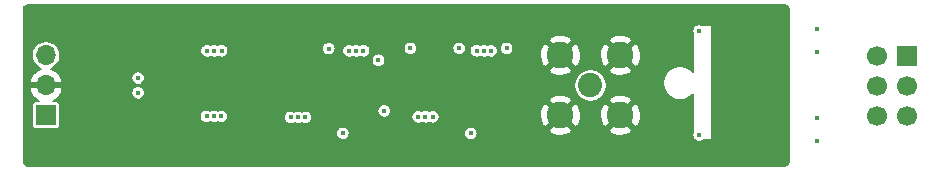
<source format=gbr>
%TF.GenerationSoftware,KiCad,Pcbnew,(5.1.8)-1*%
%TF.CreationDate,2021-10-07T20:49:06+08:00*%
%TF.ProjectId,Amplifier,416d706c-6966-4696-9572-2e6b69636164,rev?*%
%TF.SameCoordinates,Original*%
%TF.FileFunction,Copper,L3,Inr*%
%TF.FilePolarity,Positive*%
%FSLAX46Y46*%
G04 Gerber Fmt 4.6, Leading zero omitted, Abs format (unit mm)*
G04 Created by KiCad (PCBNEW (5.1.8)-1) date 2021-10-07 20:49:06*
%MOMM*%
%LPD*%
G01*
G04 APERTURE LIST*
%TA.AperFunction,ComponentPad*%
%ADD10C,1.700000*%
%TD*%
%TA.AperFunction,ComponentPad*%
%ADD11R,1.700000X1.700000*%
%TD*%
%TA.AperFunction,ComponentPad*%
%ADD12C,2.250000*%
%TD*%
%TA.AperFunction,ComponentPad*%
%ADD13C,2.050000*%
%TD*%
%TA.AperFunction,ComponentPad*%
%ADD14O,1.700000X1.700000*%
%TD*%
%TA.AperFunction,ViaPad*%
%ADD15C,0.450000*%
%TD*%
%TA.AperFunction,Conductor*%
%ADD16C,0.200000*%
%TD*%
%TA.AperFunction,Conductor*%
%ADD17C,0.100000*%
%TD*%
G04 APERTURE END LIST*
D10*
%TO.N,GND*%
%TO.C,J1*%
X144290000Y-99520000D03*
%TO.N,N/C*%
X146830000Y-102060000D03*
D11*
X146830000Y-96980000D03*
D10*
%TO.N,-18V*%
X144290000Y-102060000D03*
%TO.N,N/C*%
X146830000Y-99520000D03*
%TO.N,+18V*%
X144290000Y-96980000D03*
%TD*%
D12*
%TO.N,GND*%
%TO.C,J4*%
X117460000Y-102040000D03*
X117460000Y-96960000D03*
X122540000Y-96960000D03*
X122540000Y-102040000D03*
D13*
%TO.N,OutSignal*%
X120000000Y-99500000D03*
%TD*%
D14*
%TO.N,Signal-*%
%TO.C,J3*%
X73900000Y-96945000D03*
%TO.N,GND*%
X73900000Y-99485000D03*
D11*
%TO.N,Signal+*%
X73900000Y-102025000D03*
%TD*%
D15*
%TO.N,GND*%
X136390001Y-96300000D03*
X136390001Y-95700000D03*
X136390000Y-95099999D03*
X135390001Y-96300000D03*
X135390001Y-95700000D03*
X135390000Y-95099999D03*
X136390001Y-103800000D03*
X136390001Y-102600000D03*
X135390000Y-103799999D03*
X135390001Y-102600000D03*
X136390001Y-103200000D03*
X135390001Y-103200000D03*
X72300000Y-106000000D03*
X73300000Y-106000000D03*
X74300000Y-106000000D03*
X75300000Y-106000000D03*
X76300000Y-106000000D03*
X77300000Y-106000000D03*
X78300000Y-106000000D03*
X79300000Y-106000000D03*
X80300000Y-106000000D03*
X81300000Y-106000000D03*
X82300000Y-106000000D03*
X83300000Y-106000000D03*
X84300000Y-106000000D03*
X85300000Y-106000000D03*
X86300000Y-106000000D03*
X87300000Y-106000000D03*
X88300000Y-106000000D03*
X89300000Y-106000000D03*
X90300000Y-106000000D03*
X91300000Y-106000000D03*
X92300000Y-106000000D03*
X93300000Y-106000000D03*
X94300000Y-106000000D03*
X95300000Y-106000000D03*
X96300000Y-106000000D03*
X97300000Y-106000000D03*
X98300000Y-106000000D03*
X99300000Y-106000000D03*
X100300000Y-106000000D03*
X101300000Y-106000000D03*
X102300000Y-106000000D03*
X103300000Y-106000000D03*
X104300000Y-106000000D03*
X105300000Y-106000000D03*
X106300000Y-106000000D03*
X107300000Y-106000000D03*
X108300000Y-106000000D03*
X109300000Y-106000000D03*
X110300000Y-106000000D03*
X111300000Y-106000000D03*
X112300000Y-106000000D03*
X113300000Y-106000000D03*
X114300000Y-106000000D03*
X115300000Y-106000000D03*
X116300000Y-106000000D03*
X117300000Y-106000000D03*
X118300000Y-106000000D03*
X119300000Y-106000000D03*
X120300000Y-106000000D03*
X121300000Y-106000000D03*
X122300000Y-106000000D03*
X125300000Y-106000000D03*
X124300000Y-106000000D03*
X123300000Y-106000000D03*
X124300000Y-93000000D03*
X123300000Y-93000000D03*
X121300000Y-93000000D03*
X122300000Y-93000000D03*
X93300000Y-93000000D03*
X79300000Y-93000000D03*
X102300000Y-93000000D03*
X86300000Y-93000000D03*
X92300000Y-93000000D03*
X105300000Y-93000000D03*
X108300000Y-93000000D03*
X74300000Y-93000000D03*
X90300000Y-93000000D03*
X110300000Y-93000000D03*
X112300000Y-93000000D03*
X113300000Y-93000000D03*
X87300000Y-93000000D03*
X80300000Y-93000000D03*
X114300000Y-93000000D03*
X91300000Y-93000000D03*
X116300000Y-93000000D03*
X85300000Y-93000000D03*
X99300000Y-93000000D03*
X88300000Y-93000000D03*
X76300000Y-93000000D03*
X100300000Y-93000000D03*
X73300000Y-93000000D03*
X72300000Y-93000000D03*
X101300000Y-93000000D03*
X84300000Y-93000000D03*
X104300000Y-93000000D03*
X77300000Y-93000000D03*
X83300000Y-93000000D03*
X96300000Y-93000000D03*
X95300000Y-93000000D03*
X109300000Y-93000000D03*
X111300000Y-93000000D03*
X115300000Y-93000000D03*
X78300000Y-93000000D03*
X117300000Y-93000000D03*
X107300000Y-93000000D03*
X118300000Y-93000000D03*
X75300000Y-93000000D03*
X81300000Y-93000000D03*
X82300000Y-93000000D03*
X89300000Y-93000000D03*
X94300000Y-93000000D03*
X97300000Y-93000000D03*
X98300000Y-93000000D03*
X103300000Y-93000000D03*
X106300000Y-93000000D03*
X120300000Y-93000000D03*
X119300000Y-93000000D03*
X72300000Y-94000000D03*
X125300000Y-93000000D03*
X72300000Y-97000000D03*
X72300000Y-95000000D03*
X72300000Y-96000000D03*
X72300000Y-99000000D03*
X72300000Y-98000000D03*
X72300000Y-103000000D03*
X72300000Y-101000000D03*
X72300000Y-100000000D03*
X72300000Y-102000000D03*
X72300000Y-104000000D03*
X72300000Y-105000000D03*
%TO.N,+18V*%
X139200000Y-94720000D03*
X139200000Y-96679999D03*
%TO.N,-18V*%
X139200000Y-102220000D03*
X139199999Y-104190000D03*
%TO.N,AVCC*%
X100780000Y-96570000D03*
X100160000Y-96570000D03*
X99540000Y-96570000D03*
X129200000Y-94900000D03*
X110350000Y-96570000D03*
X110970000Y-96570000D03*
X111590000Y-96570000D03*
X88145000Y-96570000D03*
X87525000Y-96570000D03*
X88765000Y-96570000D03*
%TO.N,AVEE*%
X129200000Y-103700000D03*
X87490000Y-102120000D03*
X88110000Y-102120000D03*
X88730000Y-102120000D03*
X95230000Y-102200000D03*
X94610000Y-102200000D03*
X95850000Y-102200000D03*
X106030000Y-102170000D03*
X105410000Y-102170000D03*
X106650000Y-102170000D03*
%TO.N,Net-(C14-Pad1)*%
X102050000Y-97370000D03*
X99030000Y-103560000D03*
X97840000Y-96379996D03*
%TO.N,Net-(C15-Pad1)*%
X104750000Y-96360000D03*
X102540000Y-101660000D03*
%TO.N,Net-(C19-Pad1)*%
X112900000Y-96360000D03*
X109880000Y-103570000D03*
X108880000Y-96360000D03*
%TO.N,Net-(J5-Pad1)*%
X81700000Y-100120000D03*
%TO.N,Net-(J2-Pad1)*%
X81700000Y-98880000D03*
%TD*%
D16*
%TO.N,GND*%
X136503307Y-92714464D02*
X136599567Y-92754336D01*
X136682232Y-92817768D01*
X136745664Y-92900433D01*
X136785536Y-92996693D01*
X136800000Y-93106559D01*
X136800000Y-105893441D01*
X136785536Y-106003307D01*
X136745664Y-106099567D01*
X136682232Y-106182232D01*
X136599567Y-106245664D01*
X136503307Y-106285536D01*
X136393441Y-106300000D01*
X72406559Y-106300000D01*
X72296693Y-106285536D01*
X72200433Y-106245664D01*
X72117768Y-106182232D01*
X72054336Y-106099567D01*
X72014464Y-106003307D01*
X72000000Y-105893441D01*
X72000000Y-103503367D01*
X98455000Y-103503367D01*
X98455000Y-103616633D01*
X98477097Y-103727721D01*
X98520442Y-103832365D01*
X98583368Y-103926541D01*
X98663459Y-104006632D01*
X98757635Y-104069558D01*
X98862279Y-104112903D01*
X98973367Y-104135000D01*
X99086633Y-104135000D01*
X99197721Y-104112903D01*
X99302365Y-104069558D01*
X99396541Y-104006632D01*
X99476632Y-103926541D01*
X99539558Y-103832365D01*
X99582903Y-103727721D01*
X99605000Y-103616633D01*
X99605000Y-103513367D01*
X109305000Y-103513367D01*
X109305000Y-103626633D01*
X109327097Y-103737721D01*
X109370442Y-103842365D01*
X109433368Y-103936541D01*
X109513459Y-104016632D01*
X109607635Y-104079558D01*
X109712279Y-104122903D01*
X109823367Y-104145000D01*
X109936633Y-104145000D01*
X110047721Y-104122903D01*
X110152365Y-104079558D01*
X110246541Y-104016632D01*
X110326632Y-103936541D01*
X110389558Y-103842365D01*
X110432903Y-103737721D01*
X110455000Y-103626633D01*
X110455000Y-103513367D01*
X110432903Y-103402279D01*
X110389558Y-103297635D01*
X110369404Y-103267472D01*
X116450317Y-103267472D01*
X116565038Y-103533809D01*
X116873663Y-103679704D01*
X117204820Y-103762586D01*
X117545783Y-103779271D01*
X117883449Y-103729115D01*
X118204843Y-103614049D01*
X118354962Y-103533809D01*
X118469683Y-103267472D01*
X121530317Y-103267472D01*
X121645038Y-103533809D01*
X121953663Y-103679704D01*
X122284820Y-103762586D01*
X122625783Y-103779271D01*
X122963449Y-103729115D01*
X123284843Y-103614049D01*
X123434962Y-103533809D01*
X123549683Y-103267472D01*
X122540000Y-102257789D01*
X121530317Y-103267472D01*
X118469683Y-103267472D01*
X117460000Y-102257789D01*
X116450317Y-103267472D01*
X110369404Y-103267472D01*
X110326632Y-103203459D01*
X110246541Y-103123368D01*
X110152365Y-103060442D01*
X110047721Y-103017097D01*
X109936633Y-102995000D01*
X109823367Y-102995000D01*
X109712279Y-103017097D01*
X109607635Y-103060442D01*
X109513459Y-103123368D01*
X109433368Y-103203459D01*
X109370442Y-103297635D01*
X109327097Y-103402279D01*
X109305000Y-103513367D01*
X99605000Y-103513367D01*
X99605000Y-103503367D01*
X99582903Y-103392279D01*
X99539558Y-103287635D01*
X99476632Y-103193459D01*
X99396541Y-103113368D01*
X99302365Y-103050442D01*
X99197721Y-103007097D01*
X99086633Y-102985000D01*
X98973367Y-102985000D01*
X98862279Y-103007097D01*
X98757635Y-103050442D01*
X98663459Y-103113368D01*
X98583368Y-103193459D01*
X98520442Y-103287635D01*
X98477097Y-103392279D01*
X98455000Y-103503367D01*
X72000000Y-103503367D01*
X72000000Y-99863910D01*
X72492097Y-99863910D01*
X72518854Y-99952139D01*
X72636527Y-100212611D01*
X72802754Y-100445122D01*
X73011148Y-100640736D01*
X73253700Y-100791935D01*
X73336776Y-100823307D01*
X73050000Y-100823307D01*
X72981388Y-100830065D01*
X72915413Y-100850078D01*
X72854610Y-100882578D01*
X72801315Y-100926315D01*
X72757578Y-100979610D01*
X72725078Y-101040413D01*
X72705065Y-101106388D01*
X72698307Y-101175000D01*
X72698307Y-102875000D01*
X72705065Y-102943612D01*
X72725078Y-103009587D01*
X72757578Y-103070390D01*
X72801315Y-103123685D01*
X72854610Y-103167422D01*
X72915413Y-103199922D01*
X72981388Y-103219935D01*
X73050000Y-103226693D01*
X74750000Y-103226693D01*
X74818612Y-103219935D01*
X74884587Y-103199922D01*
X74945390Y-103167422D01*
X74998685Y-103123685D01*
X75042422Y-103070390D01*
X75074922Y-103009587D01*
X75094935Y-102943612D01*
X75101693Y-102875000D01*
X75101693Y-102063367D01*
X86915000Y-102063367D01*
X86915000Y-102176633D01*
X86937097Y-102287721D01*
X86980442Y-102392365D01*
X87043368Y-102486541D01*
X87123459Y-102566632D01*
X87217635Y-102629558D01*
X87322279Y-102672903D01*
X87433367Y-102695000D01*
X87546633Y-102695000D01*
X87657721Y-102672903D01*
X87762365Y-102629558D01*
X87800000Y-102604411D01*
X87837635Y-102629558D01*
X87942279Y-102672903D01*
X88053367Y-102695000D01*
X88166633Y-102695000D01*
X88277721Y-102672903D01*
X88382365Y-102629558D01*
X88420000Y-102604411D01*
X88457635Y-102629558D01*
X88562279Y-102672903D01*
X88673367Y-102695000D01*
X88786633Y-102695000D01*
X88897721Y-102672903D01*
X89002365Y-102629558D01*
X89096541Y-102566632D01*
X89176632Y-102486541D01*
X89239558Y-102392365D01*
X89282903Y-102287721D01*
X89305000Y-102176633D01*
X89305000Y-102143367D01*
X94035000Y-102143367D01*
X94035000Y-102256633D01*
X94057097Y-102367721D01*
X94100442Y-102472365D01*
X94163368Y-102566541D01*
X94243459Y-102646632D01*
X94337635Y-102709558D01*
X94442279Y-102752903D01*
X94553367Y-102775000D01*
X94666633Y-102775000D01*
X94777721Y-102752903D01*
X94882365Y-102709558D01*
X94920000Y-102684411D01*
X94957635Y-102709558D01*
X95062279Y-102752903D01*
X95173367Y-102775000D01*
X95286633Y-102775000D01*
X95397721Y-102752903D01*
X95502365Y-102709558D01*
X95540000Y-102684411D01*
X95577635Y-102709558D01*
X95682279Y-102752903D01*
X95793367Y-102775000D01*
X95906633Y-102775000D01*
X96017721Y-102752903D01*
X96122365Y-102709558D01*
X96216541Y-102646632D01*
X96296632Y-102566541D01*
X96359558Y-102472365D01*
X96402903Y-102367721D01*
X96425000Y-102256633D01*
X96425000Y-102143367D01*
X96402903Y-102032279D01*
X96359558Y-101927635D01*
X96296632Y-101833459D01*
X96216541Y-101753368D01*
X96122365Y-101690442D01*
X96017721Y-101647097D01*
X95906633Y-101625000D01*
X95793367Y-101625000D01*
X95682279Y-101647097D01*
X95577635Y-101690442D01*
X95540000Y-101715589D01*
X95502365Y-101690442D01*
X95397721Y-101647097D01*
X95286633Y-101625000D01*
X95173367Y-101625000D01*
X95062279Y-101647097D01*
X94957635Y-101690442D01*
X94920000Y-101715589D01*
X94882365Y-101690442D01*
X94777721Y-101647097D01*
X94666633Y-101625000D01*
X94553367Y-101625000D01*
X94442279Y-101647097D01*
X94337635Y-101690442D01*
X94243459Y-101753368D01*
X94163368Y-101833459D01*
X94100442Y-101927635D01*
X94057097Y-102032279D01*
X94035000Y-102143367D01*
X89305000Y-102143367D01*
X89305000Y-102063367D01*
X89282903Y-101952279D01*
X89239558Y-101847635D01*
X89176632Y-101753459D01*
X89096541Y-101673368D01*
X89002365Y-101610442D01*
X88985285Y-101603367D01*
X101965000Y-101603367D01*
X101965000Y-101716633D01*
X101987097Y-101827721D01*
X102030442Y-101932365D01*
X102093368Y-102026541D01*
X102173459Y-102106632D01*
X102267635Y-102169558D01*
X102372279Y-102212903D01*
X102483367Y-102235000D01*
X102596633Y-102235000D01*
X102707721Y-102212903D01*
X102812365Y-102169558D01*
X102896461Y-102113367D01*
X104835000Y-102113367D01*
X104835000Y-102226633D01*
X104857097Y-102337721D01*
X104900442Y-102442365D01*
X104963368Y-102536541D01*
X105043459Y-102616632D01*
X105137635Y-102679558D01*
X105242279Y-102722903D01*
X105353367Y-102745000D01*
X105466633Y-102745000D01*
X105577721Y-102722903D01*
X105682365Y-102679558D01*
X105720000Y-102654411D01*
X105757635Y-102679558D01*
X105862279Y-102722903D01*
X105973367Y-102745000D01*
X106086633Y-102745000D01*
X106197721Y-102722903D01*
X106302365Y-102679558D01*
X106340000Y-102654411D01*
X106377635Y-102679558D01*
X106482279Y-102722903D01*
X106593367Y-102745000D01*
X106706633Y-102745000D01*
X106817721Y-102722903D01*
X106922365Y-102679558D01*
X107016541Y-102616632D01*
X107096632Y-102536541D01*
X107159558Y-102442365D01*
X107202903Y-102337721D01*
X107225000Y-102226633D01*
X107225000Y-102125783D01*
X115720729Y-102125783D01*
X115770885Y-102463449D01*
X115885951Y-102784843D01*
X115966191Y-102934962D01*
X116232528Y-103049683D01*
X117242211Y-102040000D01*
X117677789Y-102040000D01*
X118687472Y-103049683D01*
X118953809Y-102934962D01*
X119099704Y-102626337D01*
X119182586Y-102295180D01*
X119190875Y-102125783D01*
X120800729Y-102125783D01*
X120850885Y-102463449D01*
X120965951Y-102784843D01*
X121046191Y-102934962D01*
X121312528Y-103049683D01*
X122322211Y-102040000D01*
X122757789Y-102040000D01*
X123767472Y-103049683D01*
X124033809Y-102934962D01*
X124179704Y-102626337D01*
X124262586Y-102295180D01*
X124279271Y-101954217D01*
X124229115Y-101616551D01*
X124114049Y-101295157D01*
X124033809Y-101145038D01*
X123767472Y-101030317D01*
X122757789Y-102040000D01*
X122322211Y-102040000D01*
X121312528Y-101030317D01*
X121046191Y-101145038D01*
X120900296Y-101453663D01*
X120817414Y-101784820D01*
X120800729Y-102125783D01*
X119190875Y-102125783D01*
X119199271Y-101954217D01*
X119149115Y-101616551D01*
X119034049Y-101295157D01*
X118953809Y-101145038D01*
X118687472Y-101030317D01*
X117677789Y-102040000D01*
X117242211Y-102040000D01*
X116232528Y-101030317D01*
X115966191Y-101145038D01*
X115820296Y-101453663D01*
X115737414Y-101784820D01*
X115720729Y-102125783D01*
X107225000Y-102125783D01*
X107225000Y-102113367D01*
X107202903Y-102002279D01*
X107159558Y-101897635D01*
X107096632Y-101803459D01*
X107016541Y-101723368D01*
X106922365Y-101660442D01*
X106817721Y-101617097D01*
X106706633Y-101595000D01*
X106593367Y-101595000D01*
X106482279Y-101617097D01*
X106377635Y-101660442D01*
X106340000Y-101685589D01*
X106302365Y-101660442D01*
X106197721Y-101617097D01*
X106086633Y-101595000D01*
X105973367Y-101595000D01*
X105862279Y-101617097D01*
X105757635Y-101660442D01*
X105720000Y-101685589D01*
X105682365Y-101660442D01*
X105577721Y-101617097D01*
X105466633Y-101595000D01*
X105353367Y-101595000D01*
X105242279Y-101617097D01*
X105137635Y-101660442D01*
X105043459Y-101723368D01*
X104963368Y-101803459D01*
X104900442Y-101897635D01*
X104857097Y-102002279D01*
X104835000Y-102113367D01*
X102896461Y-102113367D01*
X102906541Y-102106632D01*
X102986632Y-102026541D01*
X103049558Y-101932365D01*
X103092903Y-101827721D01*
X103115000Y-101716633D01*
X103115000Y-101603367D01*
X103092903Y-101492279D01*
X103049558Y-101387635D01*
X102986632Y-101293459D01*
X102906541Y-101213368D01*
X102812365Y-101150442D01*
X102707721Y-101107097D01*
X102596633Y-101085000D01*
X102483367Y-101085000D01*
X102372279Y-101107097D01*
X102267635Y-101150442D01*
X102173459Y-101213368D01*
X102093368Y-101293459D01*
X102030442Y-101387635D01*
X101987097Y-101492279D01*
X101965000Y-101603367D01*
X88985285Y-101603367D01*
X88897721Y-101567097D01*
X88786633Y-101545000D01*
X88673367Y-101545000D01*
X88562279Y-101567097D01*
X88457635Y-101610442D01*
X88420000Y-101635589D01*
X88382365Y-101610442D01*
X88277721Y-101567097D01*
X88166633Y-101545000D01*
X88053367Y-101545000D01*
X87942279Y-101567097D01*
X87837635Y-101610442D01*
X87800000Y-101635589D01*
X87762365Y-101610442D01*
X87657721Y-101567097D01*
X87546633Y-101545000D01*
X87433367Y-101545000D01*
X87322279Y-101567097D01*
X87217635Y-101610442D01*
X87123459Y-101673368D01*
X87043368Y-101753459D01*
X86980442Y-101847635D01*
X86937097Y-101952279D01*
X86915000Y-102063367D01*
X75101693Y-102063367D01*
X75101693Y-101175000D01*
X75094935Y-101106388D01*
X75074922Y-101040413D01*
X75042422Y-100979610D01*
X74998685Y-100926315D01*
X74945390Y-100882578D01*
X74884587Y-100850078D01*
X74818612Y-100830065D01*
X74750000Y-100823307D01*
X74463224Y-100823307D01*
X74491767Y-100812528D01*
X116450317Y-100812528D01*
X117460000Y-101822211D01*
X118469683Y-100812528D01*
X118354962Y-100546191D01*
X118046337Y-100400296D01*
X117715180Y-100317414D01*
X117374217Y-100300729D01*
X117036551Y-100350885D01*
X116715157Y-100465951D01*
X116565038Y-100546191D01*
X116450317Y-100812528D01*
X74491767Y-100812528D01*
X74546300Y-100791935D01*
X74788852Y-100640736D01*
X74997246Y-100445122D01*
X75163473Y-100212611D01*
X75230896Y-100063367D01*
X81125000Y-100063367D01*
X81125000Y-100176633D01*
X81147097Y-100287721D01*
X81190442Y-100392365D01*
X81253368Y-100486541D01*
X81333459Y-100566632D01*
X81427635Y-100629558D01*
X81532279Y-100672903D01*
X81643367Y-100695000D01*
X81756633Y-100695000D01*
X81867721Y-100672903D01*
X81972365Y-100629558D01*
X82066541Y-100566632D01*
X82146632Y-100486541D01*
X82209558Y-100392365D01*
X82252903Y-100287721D01*
X82275000Y-100176633D01*
X82275000Y-100063367D01*
X82252903Y-99952279D01*
X82209558Y-99847635D01*
X82146632Y-99753459D01*
X82066541Y-99673368D01*
X81972365Y-99610442D01*
X81867721Y-99567097D01*
X81756633Y-99545000D01*
X81643367Y-99545000D01*
X81532279Y-99567097D01*
X81427635Y-99610442D01*
X81333459Y-99673368D01*
X81253368Y-99753459D01*
X81190442Y-99847635D01*
X81147097Y-99952279D01*
X81125000Y-100063367D01*
X75230896Y-100063367D01*
X75281146Y-99952139D01*
X75307903Y-99863910D01*
X75196889Y-99639000D01*
X74054000Y-99639000D01*
X74054000Y-99659000D01*
X73746000Y-99659000D01*
X73746000Y-99639000D01*
X72603111Y-99639000D01*
X72492097Y-99863910D01*
X72000000Y-99863910D01*
X72000000Y-99106090D01*
X72492097Y-99106090D01*
X72603111Y-99331000D01*
X73746000Y-99331000D01*
X73746000Y-99311000D01*
X74054000Y-99311000D01*
X74054000Y-99331000D01*
X75196889Y-99331000D01*
X75307903Y-99106090D01*
X75281146Y-99017861D01*
X75193280Y-98823367D01*
X81125000Y-98823367D01*
X81125000Y-98936633D01*
X81147097Y-99047721D01*
X81190442Y-99152365D01*
X81253368Y-99246541D01*
X81333459Y-99326632D01*
X81427635Y-99389558D01*
X81532279Y-99432903D01*
X81643367Y-99455000D01*
X81756633Y-99455000D01*
X81867721Y-99432903D01*
X81972365Y-99389558D01*
X82009756Y-99364574D01*
X118625000Y-99364574D01*
X118625000Y-99635426D01*
X118677841Y-99901073D01*
X118781491Y-100151307D01*
X118931968Y-100376511D01*
X119123489Y-100568032D01*
X119348693Y-100718509D01*
X119598927Y-100822159D01*
X119864574Y-100875000D01*
X120135426Y-100875000D01*
X120401073Y-100822159D01*
X120424324Y-100812528D01*
X121530317Y-100812528D01*
X122540000Y-101822211D01*
X123549683Y-100812528D01*
X123434962Y-100546191D01*
X123126337Y-100400296D01*
X122795180Y-100317414D01*
X122454217Y-100300729D01*
X122116551Y-100350885D01*
X121795157Y-100465951D01*
X121645038Y-100546191D01*
X121530317Y-100812528D01*
X120424324Y-100812528D01*
X120651307Y-100718509D01*
X120876511Y-100568032D01*
X121068032Y-100376511D01*
X121218509Y-100151307D01*
X121322159Y-99901073D01*
X121375000Y-99635426D01*
X121375000Y-99364574D01*
X121333748Y-99157187D01*
X126150000Y-99157187D01*
X126150000Y-99442813D01*
X126205723Y-99722949D01*
X126315027Y-99986833D01*
X126473711Y-100224321D01*
X126675679Y-100426289D01*
X126913167Y-100584973D01*
X127177051Y-100694277D01*
X127457187Y-100750000D01*
X127742813Y-100750000D01*
X128022949Y-100694277D01*
X128286833Y-100584973D01*
X128524321Y-100426289D01*
X128700000Y-100250610D01*
X128700000Y-103413330D01*
X128690442Y-103427635D01*
X128647097Y-103532279D01*
X128625000Y-103643367D01*
X128625000Y-103756633D01*
X128647097Y-103867721D01*
X128690442Y-103972365D01*
X128700000Y-103986670D01*
X128700000Y-104000000D01*
X128701921Y-104019509D01*
X128707612Y-104038268D01*
X128716853Y-104055557D01*
X128729289Y-104070711D01*
X128744443Y-104083147D01*
X128761732Y-104092388D01*
X128780491Y-104098079D01*
X128785388Y-104098561D01*
X128833459Y-104146632D01*
X128927635Y-104209558D01*
X129032279Y-104252903D01*
X129143367Y-104275000D01*
X129256633Y-104275000D01*
X129367721Y-104252903D01*
X129472365Y-104209558D01*
X129566541Y-104146632D01*
X129613173Y-104100000D01*
X130200000Y-104100000D01*
X130219509Y-104098079D01*
X130238268Y-104092388D01*
X130255557Y-104083147D01*
X130270711Y-104070711D01*
X130283147Y-104055557D01*
X130292388Y-104038268D01*
X130298079Y-104019509D01*
X130300000Y-104000000D01*
X130300000Y-94500000D01*
X130298079Y-94480491D01*
X130292388Y-94461732D01*
X130283147Y-94444443D01*
X130270711Y-94429289D01*
X130255557Y-94416853D01*
X130238268Y-94407612D01*
X130219509Y-94401921D01*
X130200000Y-94400000D01*
X129486670Y-94400000D01*
X129472365Y-94390442D01*
X129367721Y-94347097D01*
X129256633Y-94325000D01*
X129143367Y-94325000D01*
X129032279Y-94347097D01*
X128927635Y-94390442D01*
X128913330Y-94400000D01*
X128800000Y-94400000D01*
X128780491Y-94401921D01*
X128761732Y-94407612D01*
X128744443Y-94416853D01*
X128729289Y-94429289D01*
X128716853Y-94444443D01*
X128707612Y-94461732D01*
X128701921Y-94480491D01*
X128700000Y-94500000D01*
X128700000Y-94613330D01*
X128690442Y-94627635D01*
X128647097Y-94732279D01*
X128625000Y-94843367D01*
X128625000Y-94956633D01*
X128647097Y-95067721D01*
X128690442Y-95172365D01*
X128700000Y-95186670D01*
X128700000Y-98349390D01*
X128524321Y-98173711D01*
X128286833Y-98015027D01*
X128022949Y-97905723D01*
X127742813Y-97850000D01*
X127457187Y-97850000D01*
X127177051Y-97905723D01*
X126913167Y-98015027D01*
X126675679Y-98173711D01*
X126473711Y-98375679D01*
X126315027Y-98613167D01*
X126205723Y-98877051D01*
X126150000Y-99157187D01*
X121333748Y-99157187D01*
X121322159Y-99098927D01*
X121218509Y-98848693D01*
X121068032Y-98623489D01*
X120876511Y-98431968D01*
X120651307Y-98281491D01*
X120424325Y-98187472D01*
X121530317Y-98187472D01*
X121645038Y-98453809D01*
X121953663Y-98599704D01*
X122284820Y-98682586D01*
X122625783Y-98699271D01*
X122963449Y-98649115D01*
X123284843Y-98534049D01*
X123434962Y-98453809D01*
X123549683Y-98187472D01*
X122540000Y-97177789D01*
X121530317Y-98187472D01*
X120424325Y-98187472D01*
X120401073Y-98177841D01*
X120135426Y-98125000D01*
X119864574Y-98125000D01*
X119598927Y-98177841D01*
X119348693Y-98281491D01*
X119123489Y-98431968D01*
X118931968Y-98623489D01*
X118781491Y-98848693D01*
X118677841Y-99098927D01*
X118625000Y-99364574D01*
X82009756Y-99364574D01*
X82066541Y-99326632D01*
X82146632Y-99246541D01*
X82209558Y-99152365D01*
X82252903Y-99047721D01*
X82275000Y-98936633D01*
X82275000Y-98823367D01*
X82252903Y-98712279D01*
X82209558Y-98607635D01*
X82146632Y-98513459D01*
X82066541Y-98433368D01*
X81972365Y-98370442D01*
X81867721Y-98327097D01*
X81756633Y-98305000D01*
X81643367Y-98305000D01*
X81532279Y-98327097D01*
X81427635Y-98370442D01*
X81333459Y-98433368D01*
X81253368Y-98513459D01*
X81190442Y-98607635D01*
X81147097Y-98712279D01*
X81125000Y-98823367D01*
X75193280Y-98823367D01*
X75163473Y-98757389D01*
X74997246Y-98524878D01*
X74788852Y-98329264D01*
X74561391Y-98187472D01*
X116450317Y-98187472D01*
X116565038Y-98453809D01*
X116873663Y-98599704D01*
X117204820Y-98682586D01*
X117545783Y-98699271D01*
X117883449Y-98649115D01*
X118204843Y-98534049D01*
X118354962Y-98453809D01*
X118469683Y-98187472D01*
X117460000Y-97177789D01*
X116450317Y-98187472D01*
X74561391Y-98187472D01*
X74546300Y-98178065D01*
X74291324Y-98081778D01*
X74468413Y-98008426D01*
X74664955Y-97877101D01*
X74832101Y-97709955D01*
X74963426Y-97513413D01*
X75046287Y-97313367D01*
X101475000Y-97313367D01*
X101475000Y-97426633D01*
X101497097Y-97537721D01*
X101540442Y-97642365D01*
X101603368Y-97736541D01*
X101683459Y-97816632D01*
X101777635Y-97879558D01*
X101882279Y-97922903D01*
X101993367Y-97945000D01*
X102106633Y-97945000D01*
X102217721Y-97922903D01*
X102322365Y-97879558D01*
X102416541Y-97816632D01*
X102496632Y-97736541D01*
X102559558Y-97642365D01*
X102602903Y-97537721D01*
X102625000Y-97426633D01*
X102625000Y-97313367D01*
X102602903Y-97202279D01*
X102559558Y-97097635D01*
X102496632Y-97003459D01*
X102416541Y-96923368D01*
X102322365Y-96860442D01*
X102217721Y-96817097D01*
X102106633Y-96795000D01*
X101993367Y-96795000D01*
X101882279Y-96817097D01*
X101777635Y-96860442D01*
X101683459Y-96923368D01*
X101603368Y-97003459D01*
X101540442Y-97097635D01*
X101497097Y-97202279D01*
X101475000Y-97313367D01*
X75046287Y-97313367D01*
X75053884Y-97295027D01*
X75100000Y-97063190D01*
X75100000Y-96826810D01*
X75053884Y-96594973D01*
X75020082Y-96513367D01*
X86950000Y-96513367D01*
X86950000Y-96626633D01*
X86972097Y-96737721D01*
X87015442Y-96842365D01*
X87078368Y-96936541D01*
X87158459Y-97016632D01*
X87252635Y-97079558D01*
X87357279Y-97122903D01*
X87468367Y-97145000D01*
X87581633Y-97145000D01*
X87692721Y-97122903D01*
X87797365Y-97079558D01*
X87835000Y-97054411D01*
X87872635Y-97079558D01*
X87977279Y-97122903D01*
X88088367Y-97145000D01*
X88201633Y-97145000D01*
X88312721Y-97122903D01*
X88417365Y-97079558D01*
X88455000Y-97054411D01*
X88492635Y-97079558D01*
X88597279Y-97122903D01*
X88708367Y-97145000D01*
X88821633Y-97145000D01*
X88932721Y-97122903D01*
X89037365Y-97079558D01*
X89131541Y-97016632D01*
X89211632Y-96936541D01*
X89274558Y-96842365D01*
X89317903Y-96737721D01*
X89340000Y-96626633D01*
X89340000Y-96513367D01*
X89317903Y-96402279D01*
X89285215Y-96323363D01*
X97265000Y-96323363D01*
X97265000Y-96436629D01*
X97287097Y-96547717D01*
X97330442Y-96652361D01*
X97393368Y-96746537D01*
X97473459Y-96826628D01*
X97567635Y-96889554D01*
X97672279Y-96932899D01*
X97783367Y-96954996D01*
X97896633Y-96954996D01*
X98007721Y-96932899D01*
X98112365Y-96889554D01*
X98206541Y-96826628D01*
X98286632Y-96746537D01*
X98349558Y-96652361D01*
X98392903Y-96547717D01*
X98399735Y-96513367D01*
X98965000Y-96513367D01*
X98965000Y-96626633D01*
X98987097Y-96737721D01*
X99030442Y-96842365D01*
X99093368Y-96936541D01*
X99173459Y-97016632D01*
X99267635Y-97079558D01*
X99372279Y-97122903D01*
X99483367Y-97145000D01*
X99596633Y-97145000D01*
X99707721Y-97122903D01*
X99812365Y-97079558D01*
X99850000Y-97054411D01*
X99887635Y-97079558D01*
X99992279Y-97122903D01*
X100103367Y-97145000D01*
X100216633Y-97145000D01*
X100327721Y-97122903D01*
X100432365Y-97079558D01*
X100470000Y-97054411D01*
X100507635Y-97079558D01*
X100612279Y-97122903D01*
X100723367Y-97145000D01*
X100836633Y-97145000D01*
X100947721Y-97122903D01*
X101052365Y-97079558D01*
X101146541Y-97016632D01*
X101226632Y-96936541D01*
X101289558Y-96842365D01*
X101332903Y-96737721D01*
X101355000Y-96626633D01*
X101355000Y-96513367D01*
X101332903Y-96402279D01*
X101291933Y-96303367D01*
X104175000Y-96303367D01*
X104175000Y-96416633D01*
X104197097Y-96527721D01*
X104240442Y-96632365D01*
X104303368Y-96726541D01*
X104383459Y-96806632D01*
X104477635Y-96869558D01*
X104582279Y-96912903D01*
X104693367Y-96935000D01*
X104806633Y-96935000D01*
X104917721Y-96912903D01*
X105022365Y-96869558D01*
X105116541Y-96806632D01*
X105196632Y-96726541D01*
X105259558Y-96632365D01*
X105302903Y-96527721D01*
X105325000Y-96416633D01*
X105325000Y-96303367D01*
X108305000Y-96303367D01*
X108305000Y-96416633D01*
X108327097Y-96527721D01*
X108370442Y-96632365D01*
X108433368Y-96726541D01*
X108513459Y-96806632D01*
X108607635Y-96869558D01*
X108712279Y-96912903D01*
X108823367Y-96935000D01*
X108936633Y-96935000D01*
X109047721Y-96912903D01*
X109152365Y-96869558D01*
X109246541Y-96806632D01*
X109326632Y-96726541D01*
X109389558Y-96632365D01*
X109432903Y-96527721D01*
X109435758Y-96513367D01*
X109775000Y-96513367D01*
X109775000Y-96626633D01*
X109797097Y-96737721D01*
X109840442Y-96842365D01*
X109903368Y-96936541D01*
X109983459Y-97016632D01*
X110077635Y-97079558D01*
X110182279Y-97122903D01*
X110293367Y-97145000D01*
X110406633Y-97145000D01*
X110517721Y-97122903D01*
X110622365Y-97079558D01*
X110660000Y-97054411D01*
X110697635Y-97079558D01*
X110802279Y-97122903D01*
X110913367Y-97145000D01*
X111026633Y-97145000D01*
X111137721Y-97122903D01*
X111242365Y-97079558D01*
X111280000Y-97054411D01*
X111317635Y-97079558D01*
X111422279Y-97122903D01*
X111533367Y-97145000D01*
X111646633Y-97145000D01*
X111757721Y-97122903D01*
X111862365Y-97079558D01*
X111912913Y-97045783D01*
X115720729Y-97045783D01*
X115770885Y-97383449D01*
X115885951Y-97704843D01*
X115966191Y-97854962D01*
X116232528Y-97969683D01*
X117242211Y-96960000D01*
X117677789Y-96960000D01*
X118687472Y-97969683D01*
X118953809Y-97854962D01*
X119099704Y-97546337D01*
X119182586Y-97215180D01*
X119190875Y-97045783D01*
X120800729Y-97045783D01*
X120850885Y-97383449D01*
X120965951Y-97704843D01*
X121046191Y-97854962D01*
X121312528Y-97969683D01*
X122322211Y-96960000D01*
X122757789Y-96960000D01*
X123767472Y-97969683D01*
X124033809Y-97854962D01*
X124179704Y-97546337D01*
X124262586Y-97215180D01*
X124279271Y-96874217D01*
X124229115Y-96536551D01*
X124114049Y-96215157D01*
X124033809Y-96065038D01*
X123767472Y-95950317D01*
X122757789Y-96960000D01*
X122322211Y-96960000D01*
X121312528Y-95950317D01*
X121046191Y-96065038D01*
X120900296Y-96373663D01*
X120817414Y-96704820D01*
X120800729Y-97045783D01*
X119190875Y-97045783D01*
X119199271Y-96874217D01*
X119149115Y-96536551D01*
X119034049Y-96215157D01*
X118953809Y-96065038D01*
X118687472Y-95950317D01*
X117677789Y-96960000D01*
X117242211Y-96960000D01*
X116232528Y-95950317D01*
X115966191Y-96065038D01*
X115820296Y-96373663D01*
X115737414Y-96704820D01*
X115720729Y-97045783D01*
X111912913Y-97045783D01*
X111956541Y-97016632D01*
X112036632Y-96936541D01*
X112099558Y-96842365D01*
X112142903Y-96737721D01*
X112165000Y-96626633D01*
X112165000Y-96513367D01*
X112142903Y-96402279D01*
X112101933Y-96303367D01*
X112325000Y-96303367D01*
X112325000Y-96416633D01*
X112347097Y-96527721D01*
X112390442Y-96632365D01*
X112453368Y-96726541D01*
X112533459Y-96806632D01*
X112627635Y-96869558D01*
X112732279Y-96912903D01*
X112843367Y-96935000D01*
X112956633Y-96935000D01*
X113067721Y-96912903D01*
X113172365Y-96869558D01*
X113266541Y-96806632D01*
X113346632Y-96726541D01*
X113409558Y-96632365D01*
X113452903Y-96527721D01*
X113475000Y-96416633D01*
X113475000Y-96303367D01*
X113452903Y-96192279D01*
X113409558Y-96087635D01*
X113346632Y-95993459D01*
X113266541Y-95913368D01*
X113172365Y-95850442D01*
X113067721Y-95807097D01*
X112956633Y-95785000D01*
X112843367Y-95785000D01*
X112732279Y-95807097D01*
X112627635Y-95850442D01*
X112533459Y-95913368D01*
X112453368Y-95993459D01*
X112390442Y-96087635D01*
X112347097Y-96192279D01*
X112325000Y-96303367D01*
X112101933Y-96303367D01*
X112099558Y-96297635D01*
X112036632Y-96203459D01*
X111956541Y-96123368D01*
X111862365Y-96060442D01*
X111757721Y-96017097D01*
X111646633Y-95995000D01*
X111533367Y-95995000D01*
X111422279Y-96017097D01*
X111317635Y-96060442D01*
X111280000Y-96085589D01*
X111242365Y-96060442D01*
X111137721Y-96017097D01*
X111026633Y-95995000D01*
X110913367Y-95995000D01*
X110802279Y-96017097D01*
X110697635Y-96060442D01*
X110660000Y-96085589D01*
X110622365Y-96060442D01*
X110517721Y-96017097D01*
X110406633Y-95995000D01*
X110293367Y-95995000D01*
X110182279Y-96017097D01*
X110077635Y-96060442D01*
X109983459Y-96123368D01*
X109903368Y-96203459D01*
X109840442Y-96297635D01*
X109797097Y-96402279D01*
X109775000Y-96513367D01*
X109435758Y-96513367D01*
X109455000Y-96416633D01*
X109455000Y-96303367D01*
X109432903Y-96192279D01*
X109389558Y-96087635D01*
X109326632Y-95993459D01*
X109246541Y-95913368D01*
X109152365Y-95850442D01*
X109047721Y-95807097D01*
X108936633Y-95785000D01*
X108823367Y-95785000D01*
X108712279Y-95807097D01*
X108607635Y-95850442D01*
X108513459Y-95913368D01*
X108433368Y-95993459D01*
X108370442Y-96087635D01*
X108327097Y-96192279D01*
X108305000Y-96303367D01*
X105325000Y-96303367D01*
X105302903Y-96192279D01*
X105259558Y-96087635D01*
X105196632Y-95993459D01*
X105116541Y-95913368D01*
X105022365Y-95850442D01*
X104917721Y-95807097D01*
X104806633Y-95785000D01*
X104693367Y-95785000D01*
X104582279Y-95807097D01*
X104477635Y-95850442D01*
X104383459Y-95913368D01*
X104303368Y-95993459D01*
X104240442Y-96087635D01*
X104197097Y-96192279D01*
X104175000Y-96303367D01*
X101291933Y-96303367D01*
X101289558Y-96297635D01*
X101226632Y-96203459D01*
X101146541Y-96123368D01*
X101052365Y-96060442D01*
X100947721Y-96017097D01*
X100836633Y-95995000D01*
X100723367Y-95995000D01*
X100612279Y-96017097D01*
X100507635Y-96060442D01*
X100470000Y-96085589D01*
X100432365Y-96060442D01*
X100327721Y-96017097D01*
X100216633Y-95995000D01*
X100103367Y-95995000D01*
X99992279Y-96017097D01*
X99887635Y-96060442D01*
X99850000Y-96085589D01*
X99812365Y-96060442D01*
X99707721Y-96017097D01*
X99596633Y-95995000D01*
X99483367Y-95995000D01*
X99372279Y-96017097D01*
X99267635Y-96060442D01*
X99173459Y-96123368D01*
X99093368Y-96203459D01*
X99030442Y-96297635D01*
X98987097Y-96402279D01*
X98965000Y-96513367D01*
X98399735Y-96513367D01*
X98415000Y-96436629D01*
X98415000Y-96323363D01*
X98392903Y-96212275D01*
X98349558Y-96107631D01*
X98286632Y-96013455D01*
X98206541Y-95933364D01*
X98112365Y-95870438D01*
X98007721Y-95827093D01*
X97896633Y-95804996D01*
X97783367Y-95804996D01*
X97672279Y-95827093D01*
X97567635Y-95870438D01*
X97473459Y-95933364D01*
X97393368Y-96013455D01*
X97330442Y-96107631D01*
X97287097Y-96212275D01*
X97265000Y-96323363D01*
X89285215Y-96323363D01*
X89274558Y-96297635D01*
X89211632Y-96203459D01*
X89131541Y-96123368D01*
X89037365Y-96060442D01*
X88932721Y-96017097D01*
X88821633Y-95995000D01*
X88708367Y-95995000D01*
X88597279Y-96017097D01*
X88492635Y-96060442D01*
X88455000Y-96085589D01*
X88417365Y-96060442D01*
X88312721Y-96017097D01*
X88201633Y-95995000D01*
X88088367Y-95995000D01*
X87977279Y-96017097D01*
X87872635Y-96060442D01*
X87835000Y-96085589D01*
X87797365Y-96060442D01*
X87692721Y-96017097D01*
X87581633Y-95995000D01*
X87468367Y-95995000D01*
X87357279Y-96017097D01*
X87252635Y-96060442D01*
X87158459Y-96123368D01*
X87078368Y-96203459D01*
X87015442Y-96297635D01*
X86972097Y-96402279D01*
X86950000Y-96513367D01*
X75020082Y-96513367D01*
X74963426Y-96376587D01*
X74832101Y-96180045D01*
X74664955Y-96012899D01*
X74468413Y-95881574D01*
X74250027Y-95791116D01*
X74018190Y-95745000D01*
X73781810Y-95745000D01*
X73549973Y-95791116D01*
X73331587Y-95881574D01*
X73135045Y-96012899D01*
X72967899Y-96180045D01*
X72836574Y-96376587D01*
X72746116Y-96594973D01*
X72700000Y-96826810D01*
X72700000Y-97063190D01*
X72746116Y-97295027D01*
X72836574Y-97513413D01*
X72967899Y-97709955D01*
X73135045Y-97877101D01*
X73331587Y-98008426D01*
X73508676Y-98081778D01*
X73253700Y-98178065D01*
X73011148Y-98329264D01*
X72802754Y-98524878D01*
X72636527Y-98757389D01*
X72518854Y-99017861D01*
X72492097Y-99106090D01*
X72000000Y-99106090D01*
X72000000Y-95732528D01*
X116450317Y-95732528D01*
X117460000Y-96742211D01*
X118469683Y-95732528D01*
X121530317Y-95732528D01*
X122540000Y-96742211D01*
X123549683Y-95732528D01*
X123434962Y-95466191D01*
X123126337Y-95320296D01*
X122795180Y-95237414D01*
X122454217Y-95220729D01*
X122116551Y-95270885D01*
X121795157Y-95385951D01*
X121645038Y-95466191D01*
X121530317Y-95732528D01*
X118469683Y-95732528D01*
X118354962Y-95466191D01*
X118046337Y-95320296D01*
X117715180Y-95237414D01*
X117374217Y-95220729D01*
X117036551Y-95270885D01*
X116715157Y-95385951D01*
X116565038Y-95466191D01*
X116450317Y-95732528D01*
X72000000Y-95732528D01*
X72000000Y-93106559D01*
X72014464Y-92996693D01*
X72054336Y-92900433D01*
X72117768Y-92817768D01*
X72200433Y-92754336D01*
X72296693Y-92714464D01*
X72406559Y-92700000D01*
X136393441Y-92700000D01*
X136503307Y-92714464D01*
%TA.AperFunction,Conductor*%
D17*
G36*
X136503307Y-92714464D02*
G01*
X136599567Y-92754336D01*
X136682232Y-92817768D01*
X136745664Y-92900433D01*
X136785536Y-92996693D01*
X136800000Y-93106559D01*
X136800000Y-105893441D01*
X136785536Y-106003307D01*
X136745664Y-106099567D01*
X136682232Y-106182232D01*
X136599567Y-106245664D01*
X136503307Y-106285536D01*
X136393441Y-106300000D01*
X72406559Y-106300000D01*
X72296693Y-106285536D01*
X72200433Y-106245664D01*
X72117768Y-106182232D01*
X72054336Y-106099567D01*
X72014464Y-106003307D01*
X72000000Y-105893441D01*
X72000000Y-103503367D01*
X98455000Y-103503367D01*
X98455000Y-103616633D01*
X98477097Y-103727721D01*
X98520442Y-103832365D01*
X98583368Y-103926541D01*
X98663459Y-104006632D01*
X98757635Y-104069558D01*
X98862279Y-104112903D01*
X98973367Y-104135000D01*
X99086633Y-104135000D01*
X99197721Y-104112903D01*
X99302365Y-104069558D01*
X99396541Y-104006632D01*
X99476632Y-103926541D01*
X99539558Y-103832365D01*
X99582903Y-103727721D01*
X99605000Y-103616633D01*
X99605000Y-103513367D01*
X109305000Y-103513367D01*
X109305000Y-103626633D01*
X109327097Y-103737721D01*
X109370442Y-103842365D01*
X109433368Y-103936541D01*
X109513459Y-104016632D01*
X109607635Y-104079558D01*
X109712279Y-104122903D01*
X109823367Y-104145000D01*
X109936633Y-104145000D01*
X110047721Y-104122903D01*
X110152365Y-104079558D01*
X110246541Y-104016632D01*
X110326632Y-103936541D01*
X110389558Y-103842365D01*
X110432903Y-103737721D01*
X110455000Y-103626633D01*
X110455000Y-103513367D01*
X110432903Y-103402279D01*
X110389558Y-103297635D01*
X110369404Y-103267472D01*
X116450317Y-103267472D01*
X116565038Y-103533809D01*
X116873663Y-103679704D01*
X117204820Y-103762586D01*
X117545783Y-103779271D01*
X117883449Y-103729115D01*
X118204843Y-103614049D01*
X118354962Y-103533809D01*
X118469683Y-103267472D01*
X121530317Y-103267472D01*
X121645038Y-103533809D01*
X121953663Y-103679704D01*
X122284820Y-103762586D01*
X122625783Y-103779271D01*
X122963449Y-103729115D01*
X123284843Y-103614049D01*
X123434962Y-103533809D01*
X123549683Y-103267472D01*
X122540000Y-102257789D01*
X121530317Y-103267472D01*
X118469683Y-103267472D01*
X117460000Y-102257789D01*
X116450317Y-103267472D01*
X110369404Y-103267472D01*
X110326632Y-103203459D01*
X110246541Y-103123368D01*
X110152365Y-103060442D01*
X110047721Y-103017097D01*
X109936633Y-102995000D01*
X109823367Y-102995000D01*
X109712279Y-103017097D01*
X109607635Y-103060442D01*
X109513459Y-103123368D01*
X109433368Y-103203459D01*
X109370442Y-103297635D01*
X109327097Y-103402279D01*
X109305000Y-103513367D01*
X99605000Y-103513367D01*
X99605000Y-103503367D01*
X99582903Y-103392279D01*
X99539558Y-103287635D01*
X99476632Y-103193459D01*
X99396541Y-103113368D01*
X99302365Y-103050442D01*
X99197721Y-103007097D01*
X99086633Y-102985000D01*
X98973367Y-102985000D01*
X98862279Y-103007097D01*
X98757635Y-103050442D01*
X98663459Y-103113368D01*
X98583368Y-103193459D01*
X98520442Y-103287635D01*
X98477097Y-103392279D01*
X98455000Y-103503367D01*
X72000000Y-103503367D01*
X72000000Y-99863910D01*
X72492097Y-99863910D01*
X72518854Y-99952139D01*
X72636527Y-100212611D01*
X72802754Y-100445122D01*
X73011148Y-100640736D01*
X73253700Y-100791935D01*
X73336776Y-100823307D01*
X73050000Y-100823307D01*
X72981388Y-100830065D01*
X72915413Y-100850078D01*
X72854610Y-100882578D01*
X72801315Y-100926315D01*
X72757578Y-100979610D01*
X72725078Y-101040413D01*
X72705065Y-101106388D01*
X72698307Y-101175000D01*
X72698307Y-102875000D01*
X72705065Y-102943612D01*
X72725078Y-103009587D01*
X72757578Y-103070390D01*
X72801315Y-103123685D01*
X72854610Y-103167422D01*
X72915413Y-103199922D01*
X72981388Y-103219935D01*
X73050000Y-103226693D01*
X74750000Y-103226693D01*
X74818612Y-103219935D01*
X74884587Y-103199922D01*
X74945390Y-103167422D01*
X74998685Y-103123685D01*
X75042422Y-103070390D01*
X75074922Y-103009587D01*
X75094935Y-102943612D01*
X75101693Y-102875000D01*
X75101693Y-102063367D01*
X86915000Y-102063367D01*
X86915000Y-102176633D01*
X86937097Y-102287721D01*
X86980442Y-102392365D01*
X87043368Y-102486541D01*
X87123459Y-102566632D01*
X87217635Y-102629558D01*
X87322279Y-102672903D01*
X87433367Y-102695000D01*
X87546633Y-102695000D01*
X87657721Y-102672903D01*
X87762365Y-102629558D01*
X87800000Y-102604411D01*
X87837635Y-102629558D01*
X87942279Y-102672903D01*
X88053367Y-102695000D01*
X88166633Y-102695000D01*
X88277721Y-102672903D01*
X88382365Y-102629558D01*
X88420000Y-102604411D01*
X88457635Y-102629558D01*
X88562279Y-102672903D01*
X88673367Y-102695000D01*
X88786633Y-102695000D01*
X88897721Y-102672903D01*
X89002365Y-102629558D01*
X89096541Y-102566632D01*
X89176632Y-102486541D01*
X89239558Y-102392365D01*
X89282903Y-102287721D01*
X89305000Y-102176633D01*
X89305000Y-102143367D01*
X94035000Y-102143367D01*
X94035000Y-102256633D01*
X94057097Y-102367721D01*
X94100442Y-102472365D01*
X94163368Y-102566541D01*
X94243459Y-102646632D01*
X94337635Y-102709558D01*
X94442279Y-102752903D01*
X94553367Y-102775000D01*
X94666633Y-102775000D01*
X94777721Y-102752903D01*
X94882365Y-102709558D01*
X94920000Y-102684411D01*
X94957635Y-102709558D01*
X95062279Y-102752903D01*
X95173367Y-102775000D01*
X95286633Y-102775000D01*
X95397721Y-102752903D01*
X95502365Y-102709558D01*
X95540000Y-102684411D01*
X95577635Y-102709558D01*
X95682279Y-102752903D01*
X95793367Y-102775000D01*
X95906633Y-102775000D01*
X96017721Y-102752903D01*
X96122365Y-102709558D01*
X96216541Y-102646632D01*
X96296632Y-102566541D01*
X96359558Y-102472365D01*
X96402903Y-102367721D01*
X96425000Y-102256633D01*
X96425000Y-102143367D01*
X96402903Y-102032279D01*
X96359558Y-101927635D01*
X96296632Y-101833459D01*
X96216541Y-101753368D01*
X96122365Y-101690442D01*
X96017721Y-101647097D01*
X95906633Y-101625000D01*
X95793367Y-101625000D01*
X95682279Y-101647097D01*
X95577635Y-101690442D01*
X95540000Y-101715589D01*
X95502365Y-101690442D01*
X95397721Y-101647097D01*
X95286633Y-101625000D01*
X95173367Y-101625000D01*
X95062279Y-101647097D01*
X94957635Y-101690442D01*
X94920000Y-101715589D01*
X94882365Y-101690442D01*
X94777721Y-101647097D01*
X94666633Y-101625000D01*
X94553367Y-101625000D01*
X94442279Y-101647097D01*
X94337635Y-101690442D01*
X94243459Y-101753368D01*
X94163368Y-101833459D01*
X94100442Y-101927635D01*
X94057097Y-102032279D01*
X94035000Y-102143367D01*
X89305000Y-102143367D01*
X89305000Y-102063367D01*
X89282903Y-101952279D01*
X89239558Y-101847635D01*
X89176632Y-101753459D01*
X89096541Y-101673368D01*
X89002365Y-101610442D01*
X88985285Y-101603367D01*
X101965000Y-101603367D01*
X101965000Y-101716633D01*
X101987097Y-101827721D01*
X102030442Y-101932365D01*
X102093368Y-102026541D01*
X102173459Y-102106632D01*
X102267635Y-102169558D01*
X102372279Y-102212903D01*
X102483367Y-102235000D01*
X102596633Y-102235000D01*
X102707721Y-102212903D01*
X102812365Y-102169558D01*
X102896461Y-102113367D01*
X104835000Y-102113367D01*
X104835000Y-102226633D01*
X104857097Y-102337721D01*
X104900442Y-102442365D01*
X104963368Y-102536541D01*
X105043459Y-102616632D01*
X105137635Y-102679558D01*
X105242279Y-102722903D01*
X105353367Y-102745000D01*
X105466633Y-102745000D01*
X105577721Y-102722903D01*
X105682365Y-102679558D01*
X105720000Y-102654411D01*
X105757635Y-102679558D01*
X105862279Y-102722903D01*
X105973367Y-102745000D01*
X106086633Y-102745000D01*
X106197721Y-102722903D01*
X106302365Y-102679558D01*
X106340000Y-102654411D01*
X106377635Y-102679558D01*
X106482279Y-102722903D01*
X106593367Y-102745000D01*
X106706633Y-102745000D01*
X106817721Y-102722903D01*
X106922365Y-102679558D01*
X107016541Y-102616632D01*
X107096632Y-102536541D01*
X107159558Y-102442365D01*
X107202903Y-102337721D01*
X107225000Y-102226633D01*
X107225000Y-102125783D01*
X115720729Y-102125783D01*
X115770885Y-102463449D01*
X115885951Y-102784843D01*
X115966191Y-102934962D01*
X116232528Y-103049683D01*
X117242211Y-102040000D01*
X117677789Y-102040000D01*
X118687472Y-103049683D01*
X118953809Y-102934962D01*
X119099704Y-102626337D01*
X119182586Y-102295180D01*
X119190875Y-102125783D01*
X120800729Y-102125783D01*
X120850885Y-102463449D01*
X120965951Y-102784843D01*
X121046191Y-102934962D01*
X121312528Y-103049683D01*
X122322211Y-102040000D01*
X122757789Y-102040000D01*
X123767472Y-103049683D01*
X124033809Y-102934962D01*
X124179704Y-102626337D01*
X124262586Y-102295180D01*
X124279271Y-101954217D01*
X124229115Y-101616551D01*
X124114049Y-101295157D01*
X124033809Y-101145038D01*
X123767472Y-101030317D01*
X122757789Y-102040000D01*
X122322211Y-102040000D01*
X121312528Y-101030317D01*
X121046191Y-101145038D01*
X120900296Y-101453663D01*
X120817414Y-101784820D01*
X120800729Y-102125783D01*
X119190875Y-102125783D01*
X119199271Y-101954217D01*
X119149115Y-101616551D01*
X119034049Y-101295157D01*
X118953809Y-101145038D01*
X118687472Y-101030317D01*
X117677789Y-102040000D01*
X117242211Y-102040000D01*
X116232528Y-101030317D01*
X115966191Y-101145038D01*
X115820296Y-101453663D01*
X115737414Y-101784820D01*
X115720729Y-102125783D01*
X107225000Y-102125783D01*
X107225000Y-102113367D01*
X107202903Y-102002279D01*
X107159558Y-101897635D01*
X107096632Y-101803459D01*
X107016541Y-101723368D01*
X106922365Y-101660442D01*
X106817721Y-101617097D01*
X106706633Y-101595000D01*
X106593367Y-101595000D01*
X106482279Y-101617097D01*
X106377635Y-101660442D01*
X106340000Y-101685589D01*
X106302365Y-101660442D01*
X106197721Y-101617097D01*
X106086633Y-101595000D01*
X105973367Y-101595000D01*
X105862279Y-101617097D01*
X105757635Y-101660442D01*
X105720000Y-101685589D01*
X105682365Y-101660442D01*
X105577721Y-101617097D01*
X105466633Y-101595000D01*
X105353367Y-101595000D01*
X105242279Y-101617097D01*
X105137635Y-101660442D01*
X105043459Y-101723368D01*
X104963368Y-101803459D01*
X104900442Y-101897635D01*
X104857097Y-102002279D01*
X104835000Y-102113367D01*
X102896461Y-102113367D01*
X102906541Y-102106632D01*
X102986632Y-102026541D01*
X103049558Y-101932365D01*
X103092903Y-101827721D01*
X103115000Y-101716633D01*
X103115000Y-101603367D01*
X103092903Y-101492279D01*
X103049558Y-101387635D01*
X102986632Y-101293459D01*
X102906541Y-101213368D01*
X102812365Y-101150442D01*
X102707721Y-101107097D01*
X102596633Y-101085000D01*
X102483367Y-101085000D01*
X102372279Y-101107097D01*
X102267635Y-101150442D01*
X102173459Y-101213368D01*
X102093368Y-101293459D01*
X102030442Y-101387635D01*
X101987097Y-101492279D01*
X101965000Y-101603367D01*
X88985285Y-101603367D01*
X88897721Y-101567097D01*
X88786633Y-101545000D01*
X88673367Y-101545000D01*
X88562279Y-101567097D01*
X88457635Y-101610442D01*
X88420000Y-101635589D01*
X88382365Y-101610442D01*
X88277721Y-101567097D01*
X88166633Y-101545000D01*
X88053367Y-101545000D01*
X87942279Y-101567097D01*
X87837635Y-101610442D01*
X87800000Y-101635589D01*
X87762365Y-101610442D01*
X87657721Y-101567097D01*
X87546633Y-101545000D01*
X87433367Y-101545000D01*
X87322279Y-101567097D01*
X87217635Y-101610442D01*
X87123459Y-101673368D01*
X87043368Y-101753459D01*
X86980442Y-101847635D01*
X86937097Y-101952279D01*
X86915000Y-102063367D01*
X75101693Y-102063367D01*
X75101693Y-101175000D01*
X75094935Y-101106388D01*
X75074922Y-101040413D01*
X75042422Y-100979610D01*
X74998685Y-100926315D01*
X74945390Y-100882578D01*
X74884587Y-100850078D01*
X74818612Y-100830065D01*
X74750000Y-100823307D01*
X74463224Y-100823307D01*
X74491767Y-100812528D01*
X116450317Y-100812528D01*
X117460000Y-101822211D01*
X118469683Y-100812528D01*
X118354962Y-100546191D01*
X118046337Y-100400296D01*
X117715180Y-100317414D01*
X117374217Y-100300729D01*
X117036551Y-100350885D01*
X116715157Y-100465951D01*
X116565038Y-100546191D01*
X116450317Y-100812528D01*
X74491767Y-100812528D01*
X74546300Y-100791935D01*
X74788852Y-100640736D01*
X74997246Y-100445122D01*
X75163473Y-100212611D01*
X75230896Y-100063367D01*
X81125000Y-100063367D01*
X81125000Y-100176633D01*
X81147097Y-100287721D01*
X81190442Y-100392365D01*
X81253368Y-100486541D01*
X81333459Y-100566632D01*
X81427635Y-100629558D01*
X81532279Y-100672903D01*
X81643367Y-100695000D01*
X81756633Y-100695000D01*
X81867721Y-100672903D01*
X81972365Y-100629558D01*
X82066541Y-100566632D01*
X82146632Y-100486541D01*
X82209558Y-100392365D01*
X82252903Y-100287721D01*
X82275000Y-100176633D01*
X82275000Y-100063367D01*
X82252903Y-99952279D01*
X82209558Y-99847635D01*
X82146632Y-99753459D01*
X82066541Y-99673368D01*
X81972365Y-99610442D01*
X81867721Y-99567097D01*
X81756633Y-99545000D01*
X81643367Y-99545000D01*
X81532279Y-99567097D01*
X81427635Y-99610442D01*
X81333459Y-99673368D01*
X81253368Y-99753459D01*
X81190442Y-99847635D01*
X81147097Y-99952279D01*
X81125000Y-100063367D01*
X75230896Y-100063367D01*
X75281146Y-99952139D01*
X75307903Y-99863910D01*
X75196889Y-99639000D01*
X74054000Y-99639000D01*
X74054000Y-99659000D01*
X73746000Y-99659000D01*
X73746000Y-99639000D01*
X72603111Y-99639000D01*
X72492097Y-99863910D01*
X72000000Y-99863910D01*
X72000000Y-99106090D01*
X72492097Y-99106090D01*
X72603111Y-99331000D01*
X73746000Y-99331000D01*
X73746000Y-99311000D01*
X74054000Y-99311000D01*
X74054000Y-99331000D01*
X75196889Y-99331000D01*
X75307903Y-99106090D01*
X75281146Y-99017861D01*
X75193280Y-98823367D01*
X81125000Y-98823367D01*
X81125000Y-98936633D01*
X81147097Y-99047721D01*
X81190442Y-99152365D01*
X81253368Y-99246541D01*
X81333459Y-99326632D01*
X81427635Y-99389558D01*
X81532279Y-99432903D01*
X81643367Y-99455000D01*
X81756633Y-99455000D01*
X81867721Y-99432903D01*
X81972365Y-99389558D01*
X82009756Y-99364574D01*
X118625000Y-99364574D01*
X118625000Y-99635426D01*
X118677841Y-99901073D01*
X118781491Y-100151307D01*
X118931968Y-100376511D01*
X119123489Y-100568032D01*
X119348693Y-100718509D01*
X119598927Y-100822159D01*
X119864574Y-100875000D01*
X120135426Y-100875000D01*
X120401073Y-100822159D01*
X120424324Y-100812528D01*
X121530317Y-100812528D01*
X122540000Y-101822211D01*
X123549683Y-100812528D01*
X123434962Y-100546191D01*
X123126337Y-100400296D01*
X122795180Y-100317414D01*
X122454217Y-100300729D01*
X122116551Y-100350885D01*
X121795157Y-100465951D01*
X121645038Y-100546191D01*
X121530317Y-100812528D01*
X120424324Y-100812528D01*
X120651307Y-100718509D01*
X120876511Y-100568032D01*
X121068032Y-100376511D01*
X121218509Y-100151307D01*
X121322159Y-99901073D01*
X121375000Y-99635426D01*
X121375000Y-99364574D01*
X121333748Y-99157187D01*
X126150000Y-99157187D01*
X126150000Y-99442813D01*
X126205723Y-99722949D01*
X126315027Y-99986833D01*
X126473711Y-100224321D01*
X126675679Y-100426289D01*
X126913167Y-100584973D01*
X127177051Y-100694277D01*
X127457187Y-100750000D01*
X127742813Y-100750000D01*
X128022949Y-100694277D01*
X128286833Y-100584973D01*
X128524321Y-100426289D01*
X128700000Y-100250610D01*
X128700000Y-103413330D01*
X128690442Y-103427635D01*
X128647097Y-103532279D01*
X128625000Y-103643367D01*
X128625000Y-103756633D01*
X128647097Y-103867721D01*
X128690442Y-103972365D01*
X128700000Y-103986670D01*
X128700000Y-104000000D01*
X128701921Y-104019509D01*
X128707612Y-104038268D01*
X128716853Y-104055557D01*
X128729289Y-104070711D01*
X128744443Y-104083147D01*
X128761732Y-104092388D01*
X128780491Y-104098079D01*
X128785388Y-104098561D01*
X128833459Y-104146632D01*
X128927635Y-104209558D01*
X129032279Y-104252903D01*
X129143367Y-104275000D01*
X129256633Y-104275000D01*
X129367721Y-104252903D01*
X129472365Y-104209558D01*
X129566541Y-104146632D01*
X129613173Y-104100000D01*
X130200000Y-104100000D01*
X130219509Y-104098079D01*
X130238268Y-104092388D01*
X130255557Y-104083147D01*
X130270711Y-104070711D01*
X130283147Y-104055557D01*
X130292388Y-104038268D01*
X130298079Y-104019509D01*
X130300000Y-104000000D01*
X130300000Y-94500000D01*
X130298079Y-94480491D01*
X130292388Y-94461732D01*
X130283147Y-94444443D01*
X130270711Y-94429289D01*
X130255557Y-94416853D01*
X130238268Y-94407612D01*
X130219509Y-94401921D01*
X130200000Y-94400000D01*
X129486670Y-94400000D01*
X129472365Y-94390442D01*
X129367721Y-94347097D01*
X129256633Y-94325000D01*
X129143367Y-94325000D01*
X129032279Y-94347097D01*
X128927635Y-94390442D01*
X128913330Y-94400000D01*
X128800000Y-94400000D01*
X128780491Y-94401921D01*
X128761732Y-94407612D01*
X128744443Y-94416853D01*
X128729289Y-94429289D01*
X128716853Y-94444443D01*
X128707612Y-94461732D01*
X128701921Y-94480491D01*
X128700000Y-94500000D01*
X128700000Y-94613330D01*
X128690442Y-94627635D01*
X128647097Y-94732279D01*
X128625000Y-94843367D01*
X128625000Y-94956633D01*
X128647097Y-95067721D01*
X128690442Y-95172365D01*
X128700000Y-95186670D01*
X128700000Y-98349390D01*
X128524321Y-98173711D01*
X128286833Y-98015027D01*
X128022949Y-97905723D01*
X127742813Y-97850000D01*
X127457187Y-97850000D01*
X127177051Y-97905723D01*
X126913167Y-98015027D01*
X126675679Y-98173711D01*
X126473711Y-98375679D01*
X126315027Y-98613167D01*
X126205723Y-98877051D01*
X126150000Y-99157187D01*
X121333748Y-99157187D01*
X121322159Y-99098927D01*
X121218509Y-98848693D01*
X121068032Y-98623489D01*
X120876511Y-98431968D01*
X120651307Y-98281491D01*
X120424325Y-98187472D01*
X121530317Y-98187472D01*
X121645038Y-98453809D01*
X121953663Y-98599704D01*
X122284820Y-98682586D01*
X122625783Y-98699271D01*
X122963449Y-98649115D01*
X123284843Y-98534049D01*
X123434962Y-98453809D01*
X123549683Y-98187472D01*
X122540000Y-97177789D01*
X121530317Y-98187472D01*
X120424325Y-98187472D01*
X120401073Y-98177841D01*
X120135426Y-98125000D01*
X119864574Y-98125000D01*
X119598927Y-98177841D01*
X119348693Y-98281491D01*
X119123489Y-98431968D01*
X118931968Y-98623489D01*
X118781491Y-98848693D01*
X118677841Y-99098927D01*
X118625000Y-99364574D01*
X82009756Y-99364574D01*
X82066541Y-99326632D01*
X82146632Y-99246541D01*
X82209558Y-99152365D01*
X82252903Y-99047721D01*
X82275000Y-98936633D01*
X82275000Y-98823367D01*
X82252903Y-98712279D01*
X82209558Y-98607635D01*
X82146632Y-98513459D01*
X82066541Y-98433368D01*
X81972365Y-98370442D01*
X81867721Y-98327097D01*
X81756633Y-98305000D01*
X81643367Y-98305000D01*
X81532279Y-98327097D01*
X81427635Y-98370442D01*
X81333459Y-98433368D01*
X81253368Y-98513459D01*
X81190442Y-98607635D01*
X81147097Y-98712279D01*
X81125000Y-98823367D01*
X75193280Y-98823367D01*
X75163473Y-98757389D01*
X74997246Y-98524878D01*
X74788852Y-98329264D01*
X74561391Y-98187472D01*
X116450317Y-98187472D01*
X116565038Y-98453809D01*
X116873663Y-98599704D01*
X117204820Y-98682586D01*
X117545783Y-98699271D01*
X117883449Y-98649115D01*
X118204843Y-98534049D01*
X118354962Y-98453809D01*
X118469683Y-98187472D01*
X117460000Y-97177789D01*
X116450317Y-98187472D01*
X74561391Y-98187472D01*
X74546300Y-98178065D01*
X74291324Y-98081778D01*
X74468413Y-98008426D01*
X74664955Y-97877101D01*
X74832101Y-97709955D01*
X74963426Y-97513413D01*
X75046287Y-97313367D01*
X101475000Y-97313367D01*
X101475000Y-97426633D01*
X101497097Y-97537721D01*
X101540442Y-97642365D01*
X101603368Y-97736541D01*
X101683459Y-97816632D01*
X101777635Y-97879558D01*
X101882279Y-97922903D01*
X101993367Y-97945000D01*
X102106633Y-97945000D01*
X102217721Y-97922903D01*
X102322365Y-97879558D01*
X102416541Y-97816632D01*
X102496632Y-97736541D01*
X102559558Y-97642365D01*
X102602903Y-97537721D01*
X102625000Y-97426633D01*
X102625000Y-97313367D01*
X102602903Y-97202279D01*
X102559558Y-97097635D01*
X102496632Y-97003459D01*
X102416541Y-96923368D01*
X102322365Y-96860442D01*
X102217721Y-96817097D01*
X102106633Y-96795000D01*
X101993367Y-96795000D01*
X101882279Y-96817097D01*
X101777635Y-96860442D01*
X101683459Y-96923368D01*
X101603368Y-97003459D01*
X101540442Y-97097635D01*
X101497097Y-97202279D01*
X101475000Y-97313367D01*
X75046287Y-97313367D01*
X75053884Y-97295027D01*
X75100000Y-97063190D01*
X75100000Y-96826810D01*
X75053884Y-96594973D01*
X75020082Y-96513367D01*
X86950000Y-96513367D01*
X86950000Y-96626633D01*
X86972097Y-96737721D01*
X87015442Y-96842365D01*
X87078368Y-96936541D01*
X87158459Y-97016632D01*
X87252635Y-97079558D01*
X87357279Y-97122903D01*
X87468367Y-97145000D01*
X87581633Y-97145000D01*
X87692721Y-97122903D01*
X87797365Y-97079558D01*
X87835000Y-97054411D01*
X87872635Y-97079558D01*
X87977279Y-97122903D01*
X88088367Y-97145000D01*
X88201633Y-97145000D01*
X88312721Y-97122903D01*
X88417365Y-97079558D01*
X88455000Y-97054411D01*
X88492635Y-97079558D01*
X88597279Y-97122903D01*
X88708367Y-97145000D01*
X88821633Y-97145000D01*
X88932721Y-97122903D01*
X89037365Y-97079558D01*
X89131541Y-97016632D01*
X89211632Y-96936541D01*
X89274558Y-96842365D01*
X89317903Y-96737721D01*
X89340000Y-96626633D01*
X89340000Y-96513367D01*
X89317903Y-96402279D01*
X89285215Y-96323363D01*
X97265000Y-96323363D01*
X97265000Y-96436629D01*
X97287097Y-96547717D01*
X97330442Y-96652361D01*
X97393368Y-96746537D01*
X97473459Y-96826628D01*
X97567635Y-96889554D01*
X97672279Y-96932899D01*
X97783367Y-96954996D01*
X97896633Y-96954996D01*
X98007721Y-96932899D01*
X98112365Y-96889554D01*
X98206541Y-96826628D01*
X98286632Y-96746537D01*
X98349558Y-96652361D01*
X98392903Y-96547717D01*
X98399735Y-96513367D01*
X98965000Y-96513367D01*
X98965000Y-96626633D01*
X98987097Y-96737721D01*
X99030442Y-96842365D01*
X99093368Y-96936541D01*
X99173459Y-97016632D01*
X99267635Y-97079558D01*
X99372279Y-97122903D01*
X99483367Y-97145000D01*
X99596633Y-97145000D01*
X99707721Y-97122903D01*
X99812365Y-97079558D01*
X99850000Y-97054411D01*
X99887635Y-97079558D01*
X99992279Y-97122903D01*
X100103367Y-97145000D01*
X100216633Y-97145000D01*
X100327721Y-97122903D01*
X100432365Y-97079558D01*
X100470000Y-97054411D01*
X100507635Y-97079558D01*
X100612279Y-97122903D01*
X100723367Y-97145000D01*
X100836633Y-97145000D01*
X100947721Y-97122903D01*
X101052365Y-97079558D01*
X101146541Y-97016632D01*
X101226632Y-96936541D01*
X101289558Y-96842365D01*
X101332903Y-96737721D01*
X101355000Y-96626633D01*
X101355000Y-96513367D01*
X101332903Y-96402279D01*
X101291933Y-96303367D01*
X104175000Y-96303367D01*
X104175000Y-96416633D01*
X104197097Y-96527721D01*
X104240442Y-96632365D01*
X104303368Y-96726541D01*
X104383459Y-96806632D01*
X104477635Y-96869558D01*
X104582279Y-96912903D01*
X104693367Y-96935000D01*
X104806633Y-96935000D01*
X104917721Y-96912903D01*
X105022365Y-96869558D01*
X105116541Y-96806632D01*
X105196632Y-96726541D01*
X105259558Y-96632365D01*
X105302903Y-96527721D01*
X105325000Y-96416633D01*
X105325000Y-96303367D01*
X108305000Y-96303367D01*
X108305000Y-96416633D01*
X108327097Y-96527721D01*
X108370442Y-96632365D01*
X108433368Y-96726541D01*
X108513459Y-96806632D01*
X108607635Y-96869558D01*
X108712279Y-96912903D01*
X108823367Y-96935000D01*
X108936633Y-96935000D01*
X109047721Y-96912903D01*
X109152365Y-96869558D01*
X109246541Y-96806632D01*
X109326632Y-96726541D01*
X109389558Y-96632365D01*
X109432903Y-96527721D01*
X109435758Y-96513367D01*
X109775000Y-96513367D01*
X109775000Y-96626633D01*
X109797097Y-96737721D01*
X109840442Y-96842365D01*
X109903368Y-96936541D01*
X109983459Y-97016632D01*
X110077635Y-97079558D01*
X110182279Y-97122903D01*
X110293367Y-97145000D01*
X110406633Y-97145000D01*
X110517721Y-97122903D01*
X110622365Y-97079558D01*
X110660000Y-97054411D01*
X110697635Y-97079558D01*
X110802279Y-97122903D01*
X110913367Y-97145000D01*
X111026633Y-97145000D01*
X111137721Y-97122903D01*
X111242365Y-97079558D01*
X111280000Y-97054411D01*
X111317635Y-97079558D01*
X111422279Y-97122903D01*
X111533367Y-97145000D01*
X111646633Y-97145000D01*
X111757721Y-97122903D01*
X111862365Y-97079558D01*
X111912913Y-97045783D01*
X115720729Y-97045783D01*
X115770885Y-97383449D01*
X115885951Y-97704843D01*
X115966191Y-97854962D01*
X116232528Y-97969683D01*
X117242211Y-96960000D01*
X117677789Y-96960000D01*
X118687472Y-97969683D01*
X118953809Y-97854962D01*
X119099704Y-97546337D01*
X119182586Y-97215180D01*
X119190875Y-97045783D01*
X120800729Y-97045783D01*
X120850885Y-97383449D01*
X120965951Y-97704843D01*
X121046191Y-97854962D01*
X121312528Y-97969683D01*
X122322211Y-96960000D01*
X122757789Y-96960000D01*
X123767472Y-97969683D01*
X124033809Y-97854962D01*
X124179704Y-97546337D01*
X124262586Y-97215180D01*
X124279271Y-96874217D01*
X124229115Y-96536551D01*
X124114049Y-96215157D01*
X124033809Y-96065038D01*
X123767472Y-95950317D01*
X122757789Y-96960000D01*
X122322211Y-96960000D01*
X121312528Y-95950317D01*
X121046191Y-96065038D01*
X120900296Y-96373663D01*
X120817414Y-96704820D01*
X120800729Y-97045783D01*
X119190875Y-97045783D01*
X119199271Y-96874217D01*
X119149115Y-96536551D01*
X119034049Y-96215157D01*
X118953809Y-96065038D01*
X118687472Y-95950317D01*
X117677789Y-96960000D01*
X117242211Y-96960000D01*
X116232528Y-95950317D01*
X115966191Y-96065038D01*
X115820296Y-96373663D01*
X115737414Y-96704820D01*
X115720729Y-97045783D01*
X111912913Y-97045783D01*
X111956541Y-97016632D01*
X112036632Y-96936541D01*
X112099558Y-96842365D01*
X112142903Y-96737721D01*
X112165000Y-96626633D01*
X112165000Y-96513367D01*
X112142903Y-96402279D01*
X112101933Y-96303367D01*
X112325000Y-96303367D01*
X112325000Y-96416633D01*
X112347097Y-96527721D01*
X112390442Y-96632365D01*
X112453368Y-96726541D01*
X112533459Y-96806632D01*
X112627635Y-96869558D01*
X112732279Y-96912903D01*
X112843367Y-96935000D01*
X112956633Y-96935000D01*
X113067721Y-96912903D01*
X113172365Y-96869558D01*
X113266541Y-96806632D01*
X113346632Y-96726541D01*
X113409558Y-96632365D01*
X113452903Y-96527721D01*
X113475000Y-96416633D01*
X113475000Y-96303367D01*
X113452903Y-96192279D01*
X113409558Y-96087635D01*
X113346632Y-95993459D01*
X113266541Y-95913368D01*
X113172365Y-95850442D01*
X113067721Y-95807097D01*
X112956633Y-95785000D01*
X112843367Y-95785000D01*
X112732279Y-95807097D01*
X112627635Y-95850442D01*
X112533459Y-95913368D01*
X112453368Y-95993459D01*
X112390442Y-96087635D01*
X112347097Y-96192279D01*
X112325000Y-96303367D01*
X112101933Y-96303367D01*
X112099558Y-96297635D01*
X112036632Y-96203459D01*
X111956541Y-96123368D01*
X111862365Y-96060442D01*
X111757721Y-96017097D01*
X111646633Y-95995000D01*
X111533367Y-95995000D01*
X111422279Y-96017097D01*
X111317635Y-96060442D01*
X111280000Y-96085589D01*
X111242365Y-96060442D01*
X111137721Y-96017097D01*
X111026633Y-95995000D01*
X110913367Y-95995000D01*
X110802279Y-96017097D01*
X110697635Y-96060442D01*
X110660000Y-96085589D01*
X110622365Y-96060442D01*
X110517721Y-96017097D01*
X110406633Y-95995000D01*
X110293367Y-95995000D01*
X110182279Y-96017097D01*
X110077635Y-96060442D01*
X109983459Y-96123368D01*
X109903368Y-96203459D01*
X109840442Y-96297635D01*
X109797097Y-96402279D01*
X109775000Y-96513367D01*
X109435758Y-96513367D01*
X109455000Y-96416633D01*
X109455000Y-96303367D01*
X109432903Y-96192279D01*
X109389558Y-96087635D01*
X109326632Y-95993459D01*
X109246541Y-95913368D01*
X109152365Y-95850442D01*
X109047721Y-95807097D01*
X108936633Y-95785000D01*
X108823367Y-95785000D01*
X108712279Y-95807097D01*
X108607635Y-95850442D01*
X108513459Y-95913368D01*
X108433368Y-95993459D01*
X108370442Y-96087635D01*
X108327097Y-96192279D01*
X108305000Y-96303367D01*
X105325000Y-96303367D01*
X105302903Y-96192279D01*
X105259558Y-96087635D01*
X105196632Y-95993459D01*
X105116541Y-95913368D01*
X105022365Y-95850442D01*
X104917721Y-95807097D01*
X104806633Y-95785000D01*
X104693367Y-95785000D01*
X104582279Y-95807097D01*
X104477635Y-95850442D01*
X104383459Y-95913368D01*
X104303368Y-95993459D01*
X104240442Y-96087635D01*
X104197097Y-96192279D01*
X104175000Y-96303367D01*
X101291933Y-96303367D01*
X101289558Y-96297635D01*
X101226632Y-96203459D01*
X101146541Y-96123368D01*
X101052365Y-96060442D01*
X100947721Y-96017097D01*
X100836633Y-95995000D01*
X100723367Y-95995000D01*
X100612279Y-96017097D01*
X100507635Y-96060442D01*
X100470000Y-96085589D01*
X100432365Y-96060442D01*
X100327721Y-96017097D01*
X100216633Y-95995000D01*
X100103367Y-95995000D01*
X99992279Y-96017097D01*
X99887635Y-96060442D01*
X99850000Y-96085589D01*
X99812365Y-96060442D01*
X99707721Y-96017097D01*
X99596633Y-95995000D01*
X99483367Y-95995000D01*
X99372279Y-96017097D01*
X99267635Y-96060442D01*
X99173459Y-96123368D01*
X99093368Y-96203459D01*
X99030442Y-96297635D01*
X98987097Y-96402279D01*
X98965000Y-96513367D01*
X98399735Y-96513367D01*
X98415000Y-96436629D01*
X98415000Y-96323363D01*
X98392903Y-96212275D01*
X98349558Y-96107631D01*
X98286632Y-96013455D01*
X98206541Y-95933364D01*
X98112365Y-95870438D01*
X98007721Y-95827093D01*
X97896633Y-95804996D01*
X97783367Y-95804996D01*
X97672279Y-95827093D01*
X97567635Y-95870438D01*
X97473459Y-95933364D01*
X97393368Y-96013455D01*
X97330442Y-96107631D01*
X97287097Y-96212275D01*
X97265000Y-96323363D01*
X89285215Y-96323363D01*
X89274558Y-96297635D01*
X89211632Y-96203459D01*
X89131541Y-96123368D01*
X89037365Y-96060442D01*
X88932721Y-96017097D01*
X88821633Y-95995000D01*
X88708367Y-95995000D01*
X88597279Y-96017097D01*
X88492635Y-96060442D01*
X88455000Y-96085589D01*
X88417365Y-96060442D01*
X88312721Y-96017097D01*
X88201633Y-95995000D01*
X88088367Y-95995000D01*
X87977279Y-96017097D01*
X87872635Y-96060442D01*
X87835000Y-96085589D01*
X87797365Y-96060442D01*
X87692721Y-96017097D01*
X87581633Y-95995000D01*
X87468367Y-95995000D01*
X87357279Y-96017097D01*
X87252635Y-96060442D01*
X87158459Y-96123368D01*
X87078368Y-96203459D01*
X87015442Y-96297635D01*
X86972097Y-96402279D01*
X86950000Y-96513367D01*
X75020082Y-96513367D01*
X74963426Y-96376587D01*
X74832101Y-96180045D01*
X74664955Y-96012899D01*
X74468413Y-95881574D01*
X74250027Y-95791116D01*
X74018190Y-95745000D01*
X73781810Y-95745000D01*
X73549973Y-95791116D01*
X73331587Y-95881574D01*
X73135045Y-96012899D01*
X72967899Y-96180045D01*
X72836574Y-96376587D01*
X72746116Y-96594973D01*
X72700000Y-96826810D01*
X72700000Y-97063190D01*
X72746116Y-97295027D01*
X72836574Y-97513413D01*
X72967899Y-97709955D01*
X73135045Y-97877101D01*
X73331587Y-98008426D01*
X73508676Y-98081778D01*
X73253700Y-98178065D01*
X73011148Y-98329264D01*
X72802754Y-98524878D01*
X72636527Y-98757389D01*
X72518854Y-99017861D01*
X72492097Y-99106090D01*
X72000000Y-99106090D01*
X72000000Y-95732528D01*
X116450317Y-95732528D01*
X117460000Y-96742211D01*
X118469683Y-95732528D01*
X121530317Y-95732528D01*
X122540000Y-96742211D01*
X123549683Y-95732528D01*
X123434962Y-95466191D01*
X123126337Y-95320296D01*
X122795180Y-95237414D01*
X122454217Y-95220729D01*
X122116551Y-95270885D01*
X121795157Y-95385951D01*
X121645038Y-95466191D01*
X121530317Y-95732528D01*
X118469683Y-95732528D01*
X118354962Y-95466191D01*
X118046337Y-95320296D01*
X117715180Y-95237414D01*
X117374217Y-95220729D01*
X117036551Y-95270885D01*
X116715157Y-95385951D01*
X116565038Y-95466191D01*
X116450317Y-95732528D01*
X72000000Y-95732528D01*
X72000000Y-93106559D01*
X72014464Y-92996693D01*
X72054336Y-92900433D01*
X72117768Y-92817768D01*
X72200433Y-92754336D01*
X72296693Y-92714464D01*
X72406559Y-92700000D01*
X136393441Y-92700000D01*
X136503307Y-92714464D01*
G37*
%TD.AperFunction*%
%TD*%
M02*

</source>
